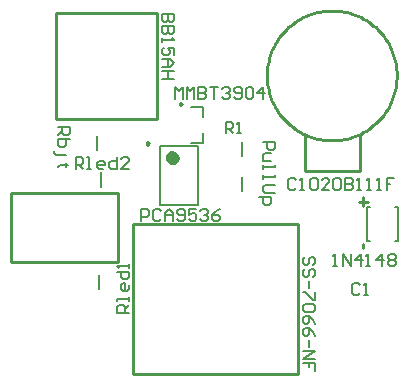
<source format=gto>
G04*
G04 #@! TF.GenerationSoftware,Altium Limited,Altium Designer,18.0.7 (293)*
G04*
G04 Layer_Color=65535*
%FSLAX25Y25*%
%MOIN*%
G70*
G01*
G75*
%ADD10C,0.02362*%
%ADD11C,0.00984*%
%ADD12C,0.01000*%
%ADD13C,0.00787*%
%ADD14C,0.00591*%
D10*
X42819Y73706D02*
X42374Y74629D01*
X41375Y74857D01*
X40574Y74218D01*
Y73193D01*
X41375Y72554D01*
X42374Y72782D01*
X42819Y73706D01*
D11*
X33862Y78548D02*
X33124Y78974D01*
Y78122D01*
X33862Y78548D01*
X44980Y91732D02*
X44242Y92159D01*
Y91306D01*
X44980Y91732D01*
D12*
X116535Y101181D02*
X116512Y102181D01*
X116443Y103179D01*
X116328Y104173D01*
X116167Y105160D01*
X115960Y106139D01*
X115709Y107107D01*
X115413Y108062D01*
X115073Y109003D01*
X114690Y109927D01*
X114265Y110833D01*
X113799Y111718D01*
X113292Y112580D01*
X112746Y113418D01*
X112162Y114230D01*
X111541Y115014D01*
X110884Y115769D01*
X110193Y116492D01*
X109470Y117183D01*
X108715Y117840D01*
X107931Y118461D01*
X107119Y119045D01*
X106281Y119591D01*
X105419Y120098D01*
X104534Y120565D01*
X103628Y120990D01*
X102704Y121372D01*
X101763Y121712D01*
X100808Y122008D01*
X99840Y122259D01*
X98861Y122466D01*
X97874Y122627D01*
X96880Y122742D01*
X95882Y122811D01*
X94882Y122835D01*
X93882Y122811D01*
X92884Y122742D01*
X91890Y122627D01*
X90903Y122466D01*
X89924Y122259D01*
X88956Y122008D01*
X88001Y121712D01*
X87060Y121372D01*
X86136Y120990D01*
X85230Y120565D01*
X84345Y120098D01*
X83483Y119591D01*
X82645Y119045D01*
X81833Y118461D01*
X81049Y117840D01*
X80294Y117183D01*
X79571Y116492D01*
X78880Y115769D01*
X78223Y115014D01*
X77602Y114230D01*
X77018Y113418D01*
X76472Y112580D01*
X75965Y111718D01*
X75498Y110833D01*
X75073Y109927D01*
X74691Y109003D01*
X74351Y108062D01*
X74055Y107107D01*
X73804Y106139D01*
X73597Y105160D01*
X73436Y104173D01*
X73321Y103179D01*
X73251Y102181D01*
X73228Y101181D01*
X73251Y100181D01*
X73321Y99183D01*
X73436Y98190D01*
X73597Y97202D01*
X73804Y96223D01*
X74055Y95255D01*
X74351Y94300D01*
X74691Y93359D01*
X75073Y92435D01*
X75498Y91529D01*
X75965Y90644D01*
X76472Y89782D01*
X77018Y88944D01*
X77602Y88132D01*
X78223Y87348D01*
X78880Y86593D01*
X79571Y85870D01*
X80294Y85179D01*
X81049Y84522D01*
X81833Y83901D01*
X82645Y83317D01*
X83483Y82771D01*
X84345Y82264D01*
X85230Y81798D01*
X86136Y81372D01*
X87060Y80990D01*
X88001Y80650D01*
X88956Y80354D01*
X89924Y80103D01*
X90903Y79896D01*
X91890Y79735D01*
X92884Y79620D01*
X93882Y79551D01*
X94882Y79528D01*
X95882Y79551D01*
X96880Y79620D01*
X97874Y79735D01*
X98861Y79896D01*
X99840Y80103D01*
X100808Y80354D01*
X101763Y80650D01*
X102704Y80990D01*
X103628Y81373D01*
X104534Y81798D01*
X105419Y82264D01*
X106281Y82771D01*
X107119Y83317D01*
X107931Y83901D01*
X108715Y84522D01*
X109470Y85179D01*
X110193Y85870D01*
X110884Y86593D01*
X111541Y87348D01*
X112162Y88132D01*
X112746Y88944D01*
X113292Y89782D01*
X113799Y90645D01*
X114265Y91529D01*
X114690Y92435D01*
X115073Y93359D01*
X115413Y94300D01*
X115709Y95256D01*
X115960Y96224D01*
X116167Y97202D01*
X116328Y98190D01*
X116443Y99183D01*
X116512Y100181D01*
X116535Y101181D01*
X28661Y1571D02*
Y51571D01*
X83661Y1571D02*
Y51571D01*
X28661D02*
X83661D01*
X28661Y1571D02*
X83661D01*
X85882Y69181D02*
X104382D01*
Y81681D01*
X85882Y69181D02*
Y81681D01*
X36524Y86547D02*
Y121980D01*
X3024Y86547D02*
X36524D01*
X3024D02*
Y122047D01*
X3091Y121980D01*
X36524D01*
X105311Y57575D02*
Y60575D01*
X103811Y59075D02*
X106811D01*
X105311Y43575D02*
Y45075D01*
X-11976Y39047D02*
Y62047D01*
X23524D01*
Y39047D02*
Y62047D01*
X-11976Y39047D02*
X23524D01*
D13*
X18110Y64173D02*
Y68898D01*
X17323Y29921D02*
Y34646D01*
X16732Y76378D02*
Y81102D01*
X64961Y74410D02*
Y79134D01*
Y62598D02*
Y67323D01*
X37701Y57958D02*
X50299D01*
X37701Y77643D02*
X50299D01*
Y57958D02*
Y77643D01*
X37701Y57958D02*
Y77643D01*
X51968Y78740D02*
Y81890D01*
X48031Y78740D02*
X51968D01*
Y87402D02*
Y90551D01*
X48031D02*
X51968D01*
X106768Y45866D02*
Y57284D01*
X116854Y45866D02*
Y57284D01*
X106768D02*
X107752D01*
X115870Y45866D02*
X116854D01*
X115870Y57284D02*
X116854D01*
X106768Y45866D02*
X107752D01*
D14*
X82939Y66272D02*
X82283Y66928D01*
X80971D01*
X80315Y66272D01*
Y63648D01*
X80971Y62992D01*
X82283D01*
X82939Y63648D01*
X84251Y62992D02*
X85563D01*
X84907D01*
Y66928D01*
X84251Y66272D01*
X87530D02*
X88186Y66928D01*
X89498D01*
X90154Y66272D01*
Y63648D01*
X89498Y62992D01*
X88186D01*
X87530Y63648D01*
Y66272D01*
X94090Y62992D02*
X91466D01*
X94090Y65616D01*
Y66272D01*
X93434Y66928D01*
X92122D01*
X91466Y66272D01*
X95402D02*
X96058Y66928D01*
X97370D01*
X98026Y66272D01*
Y63648D01*
X97370Y62992D01*
X96058D01*
X95402Y63648D01*
Y66272D01*
X99338Y66928D02*
Y62992D01*
X101306D01*
X101962Y63648D01*
Y64304D01*
X101306Y64960D01*
X99338D01*
X101306D01*
X101962Y65616D01*
Y66272D01*
X101306Y66928D01*
X99338D01*
X103273Y62992D02*
X104585D01*
X103929D01*
Y66928D01*
X103273Y66272D01*
X106553Y62992D02*
X107865D01*
X107209D01*
Y66928D01*
X106553Y66272D01*
X109833Y62992D02*
X111145D01*
X110489D01*
Y66928D01*
X109833Y66272D01*
X115737Y66928D02*
X113113D01*
Y64960D01*
X114425D01*
X113113D01*
Y62992D01*
X88480Y38076D02*
X89136Y38732D01*
Y40044D01*
X88480Y40700D01*
X87824D01*
X87168Y40044D01*
Y38732D01*
X86512Y38076D01*
X85856D01*
X85200Y38732D01*
Y40044D01*
X85856Y40700D01*
X88480Y34140D02*
X89136Y34796D01*
Y36108D01*
X88480Y36764D01*
X87824D01*
X87168Y36108D01*
Y34796D01*
X86512Y34140D01*
X85856D01*
X85200Y34796D01*
Y36108D01*
X85856Y36764D01*
X87168Y32829D02*
Y30205D01*
X89136Y28893D02*
Y26269D01*
X88480D01*
X85856Y28893D01*
X85200D01*
X88480Y24957D02*
X89136Y24301D01*
Y22989D01*
X88480Y22333D01*
X85856D01*
X85200Y22989D01*
Y24301D01*
X85856Y24957D01*
X88480D01*
X89136Y18397D02*
X88480Y19709D01*
X87168Y21021D01*
X85856D01*
X85200Y20365D01*
Y19053D01*
X85856Y18397D01*
X86512D01*
X87168Y19053D01*
Y21021D01*
X89136Y14462D02*
X88480Y15774D01*
X87168Y17086D01*
X85856D01*
X85200Y16430D01*
Y15118D01*
X85856Y14462D01*
X86512D01*
X87168Y15118D01*
Y17086D01*
Y13150D02*
Y10526D01*
X85200Y9214D02*
X89136D01*
X85200Y6590D01*
X89136D01*
Y2654D02*
Y5278D01*
X87168D01*
Y3966D01*
Y5278D01*
X85200D01*
X9449Y70079D02*
Y74015D01*
X11417D01*
X12073Y73359D01*
Y72047D01*
X11417Y71391D01*
X9449D01*
X10761D02*
X12073Y70079D01*
X13385D02*
X14696D01*
X14040D01*
Y74015D01*
X13385D01*
X18632Y70079D02*
X17320D01*
X16664Y70735D01*
Y72047D01*
X17320Y72703D01*
X18632D01*
X19288Y72047D01*
Y71391D01*
X16664D01*
X23224Y74015D02*
Y70079D01*
X21256D01*
X20600Y70735D01*
Y72047D01*
X21256Y72703D01*
X23224D01*
X27160Y70079D02*
X24536D01*
X27160Y72703D01*
Y73359D01*
X26504Y74015D01*
X25192D01*
X24536Y73359D01*
X27165Y22047D02*
X23230D01*
Y24015D01*
X23886Y24671D01*
X25197D01*
X25853Y24015D01*
Y22047D01*
Y23359D02*
X27165Y24671D01*
Y25983D02*
Y27295D01*
Y26639D01*
X23230D01*
Y25983D01*
X27165Y31231D02*
Y29919D01*
X26509Y29263D01*
X25197D01*
X24542Y29919D01*
Y31231D01*
X25197Y31887D01*
X25853D01*
Y29263D01*
X23230Y35822D02*
X27165D01*
Y33854D01*
X26509Y33198D01*
X25197D01*
X24542Y33854D01*
Y35822D01*
X27165Y37134D02*
Y38446D01*
Y37790D01*
X23230D01*
X23886Y37134D01*
X3543Y83858D02*
X7479D01*
Y81890D01*
X6823Y81235D01*
X5511D01*
X4855Y81890D01*
Y83858D01*
Y82546D02*
X3543Y81235D01*
X7479Y79922D02*
X3543D01*
Y77955D01*
X4199Y77299D01*
X4855D01*
X5511D01*
X6167Y77955D01*
Y79922D01*
X2231Y75987D02*
Y75331D01*
X2887Y74675D01*
X6167D01*
X6823Y71395D02*
X6167D01*
Y72051D01*
Y70739D01*
Y71395D01*
X4199D01*
X3543Y70739D01*
X59449Y81890D02*
Y85826D01*
X61417D01*
X62073Y85170D01*
Y83858D01*
X61417Y83202D01*
X59449D01*
X60761D02*
X62073Y81890D01*
X63385D02*
X64697D01*
X64040D01*
Y85826D01*
X63385Y85170D01*
X72047Y79134D02*
X75983D01*
Y77166D01*
X75327Y76510D01*
X74015D01*
X73359Y77166D01*
Y79134D01*
X74671Y75198D02*
X72703D01*
X72047Y74542D01*
Y72574D01*
X74671D01*
X72047Y71262D02*
Y69950D01*
Y70606D01*
X75983D01*
Y71262D01*
X72047Y67983D02*
Y66671D01*
Y67327D01*
X75983D01*
Y67983D01*
Y64703D02*
X72703D01*
X72047Y64047D01*
Y62735D01*
X72703Y62079D01*
X75983D01*
X70735Y60767D02*
X74671D01*
Y58799D01*
X74015Y58143D01*
X72703D01*
X72047Y58799D01*
Y60767D01*
X31402Y52839D02*
Y56775D01*
X33369D01*
X34025Y56119D01*
Y54807D01*
X33369Y54151D01*
X31402D01*
X37961Y56119D02*
X37305Y56775D01*
X35993D01*
X35337Y56119D01*
Y53495D01*
X35993Y52839D01*
X37305D01*
X37961Y53495D01*
X39273Y52839D02*
Y55463D01*
X40585Y56775D01*
X41897Y55463D01*
Y52839D01*
Y54807D01*
X39273D01*
X43209Y53495D02*
X43865Y52839D01*
X45177D01*
X45833Y53495D01*
Y56119D01*
X45177Y56775D01*
X43865D01*
X43209Y56119D01*
Y55463D01*
X43865Y54807D01*
X45833D01*
X49768Y56775D02*
X47144D01*
Y54807D01*
X48456Y55463D01*
X49112D01*
X49768Y54807D01*
Y53495D01*
X49112Y52839D01*
X47800D01*
X47144Y53495D01*
X51080Y56119D02*
X51736Y56775D01*
X53048D01*
X53704Y56119D01*
Y55463D01*
X53048Y54807D01*
X52392D01*
X53048D01*
X53704Y54151D01*
Y53495D01*
X53048Y52839D01*
X51736D01*
X51080Y53495D01*
X57640Y56775D02*
X56328Y56119D01*
X55016Y54807D01*
Y53495D01*
X55672Y52839D01*
X56984D01*
X57640Y53495D01*
Y54151D01*
X56984Y54807D01*
X55016D01*
X42520Y93307D02*
Y97243D01*
X43832Y95931D01*
X45143Y97243D01*
Y93307D01*
X46455D02*
Y97243D01*
X47767Y95931D01*
X49079Y97243D01*
Y93307D01*
X50391Y97243D02*
Y93307D01*
X52359D01*
X53015Y93963D01*
Y94619D01*
X52359Y95275D01*
X50391D01*
X52359D01*
X53015Y95931D01*
Y96587D01*
X52359Y97243D01*
X50391D01*
X54327D02*
X56951D01*
X55639D01*
Y93307D01*
X58263Y96587D02*
X58919Y97243D01*
X60230D01*
X60887Y96587D01*
Y95931D01*
X60230Y95275D01*
X59575D01*
X60230D01*
X60887Y94619D01*
Y93963D01*
X60230Y93307D01*
X58919D01*
X58263Y93963D01*
X62198D02*
X62854Y93307D01*
X64166D01*
X64822Y93963D01*
Y96587D01*
X64166Y97243D01*
X62854D01*
X62198Y96587D01*
Y95931D01*
X62854Y95275D01*
X64822D01*
X66134Y96587D02*
X66790Y97243D01*
X68102D01*
X68758Y96587D01*
Y93963D01*
X68102Y93307D01*
X66790D01*
X66134Y93963D01*
Y96587D01*
X72038Y93307D02*
Y97243D01*
X70070Y95275D01*
X72694D01*
X104199Y31233D02*
X103543Y31888D01*
X102231D01*
X101575Y31233D01*
Y28609D01*
X102231Y27953D01*
X103543D01*
X104199Y28609D01*
X105510Y27953D02*
X106823D01*
X106167D01*
Y31888D01*
X105510Y31233D01*
X42125Y121653D02*
X38189D01*
Y119686D01*
X38845Y119030D01*
X39501D01*
X40157Y119686D01*
Y121653D01*
Y119686D01*
X40813Y119030D01*
X41469D01*
X42125Y119686D01*
Y121653D01*
Y117718D02*
X38189D01*
Y115750D01*
X38845Y115094D01*
X39501D01*
X40157Y115750D01*
Y117718D01*
Y115750D01*
X40813Y115094D01*
X41469D01*
X42125Y115750D01*
Y117718D01*
X38189Y113782D02*
Y112470D01*
Y113126D01*
X42125D01*
X41469Y113782D01*
X42125Y107878D02*
Y110502D01*
X40157D01*
X40813Y109190D01*
Y108534D01*
X40157Y107878D01*
X38845D01*
X38189Y108534D01*
Y109846D01*
X38845Y110502D01*
X38189Y106567D02*
X40813D01*
X42125Y105255D01*
X40813Y103943D01*
X38189D01*
X40157D01*
Y106567D01*
X42125Y102631D02*
X38189D01*
X40157D01*
Y100007D01*
X42125D01*
X38189D01*
X95276Y37795D02*
X96588D01*
X95932D01*
Y41731D01*
X95276Y41075D01*
X98555Y37795D02*
Y41731D01*
X101179Y37795D01*
Y41731D01*
X104459Y37795D02*
Y41731D01*
X102491Y39763D01*
X105115D01*
X106427Y37795D02*
X107739D01*
X107083D01*
Y41731D01*
X106427Y41075D01*
X111674Y37795D02*
Y41731D01*
X109707Y39763D01*
X112330D01*
X113642Y41075D02*
X114298Y41731D01*
X115610D01*
X116266Y41075D01*
Y40419D01*
X115610Y39763D01*
X116266Y39107D01*
Y38451D01*
X115610Y37795D01*
X114298D01*
X113642Y38451D01*
Y39107D01*
X114298Y39763D01*
X113642Y40419D01*
Y41075D01*
X114298Y39763D02*
X115610D01*
M02*

</source>
